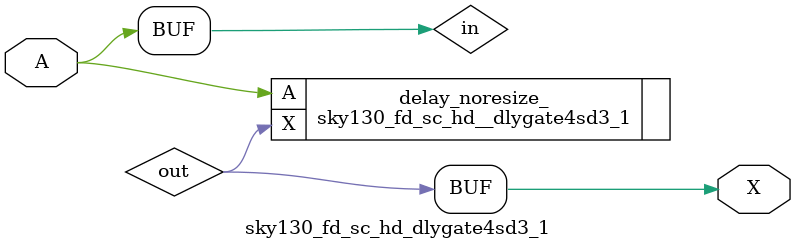
<source format=v>
module sky130_fd_sc_hd_dlygate4sd3_1 (
    input wire A,
    output wire X
);

wire in = A;
wire out;
(* keep = "true" *) sky130_fd_sc_hd__dlygate4sd3_1 delay_noresize_ (.A(in), .X(out));

assign X = out;

endmodule
</source>
